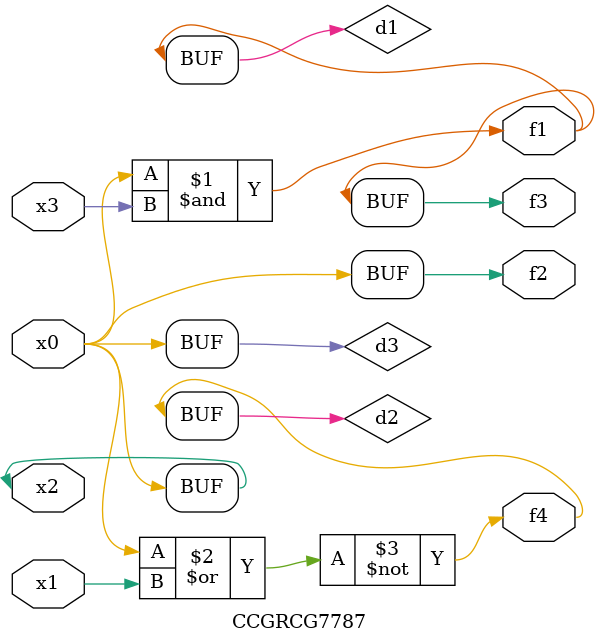
<source format=v>
module CCGRCG7787(
	input x0, x1, x2, x3,
	output f1, f2, f3, f4
);

	wire d1, d2, d3;

	and (d1, x2, x3);
	nor (d2, x0, x1);
	buf (d3, x0, x2);
	assign f1 = d1;
	assign f2 = d3;
	assign f3 = d1;
	assign f4 = d2;
endmodule

</source>
